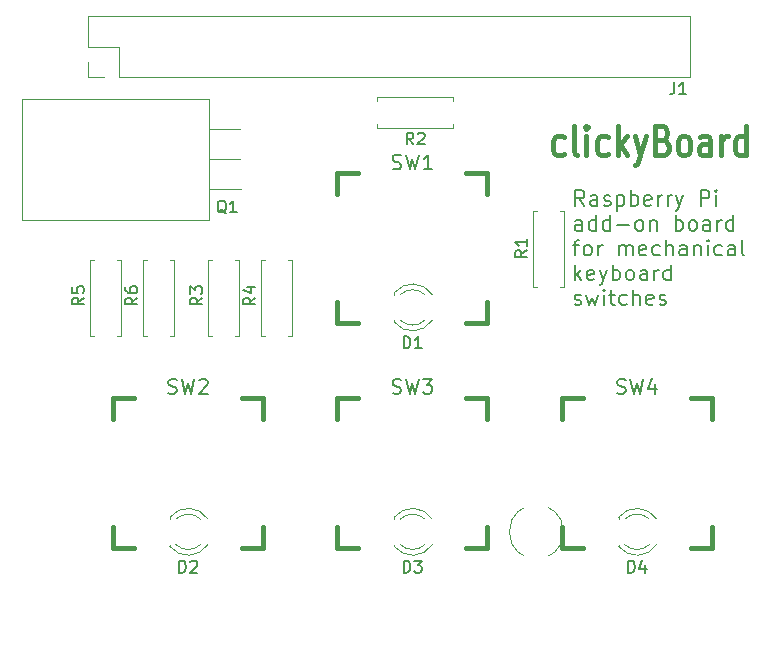
<source format=gto>
G04 #@! TF.FileFunction,Legend,Top*
%FSLAX46Y46*%
G04 Gerber Fmt 4.6, Leading zero omitted, Abs format (unit mm)*
G04 Created by KiCad (PCBNEW 4.0.6) date 07/21/17 15:12:10*
%MOMM*%
%LPD*%
G01*
G04 APERTURE LIST*
%ADD10C,0.100000*%
%ADD11C,0.150000*%
%ADD12C,0.400000*%
%ADD13C,0.120000*%
%ADD14C,0.381000*%
%ADD15O,2.000000X17.000000*%
%ADD16O,4.500000X4.500000*%
%ADD17R,1.800000X1.800000*%
%ADD18O,1.800000X1.800000*%
%ADD19C,6.200000*%
%ADD20C,1.800000*%
%ADD21R,1.700000X1.700000*%
%ADD22O,1.700000X1.700000*%
%ADD23C,2.286000*%
%ADD24C,1.600000*%
%ADD25O,1.600000X1.600000*%
G04 APERTURE END LIST*
D10*
D11*
X93052381Y-90388095D02*
X92619048Y-89769048D01*
X92309524Y-90388095D02*
X92309524Y-89088095D01*
X92804762Y-89088095D01*
X92928571Y-89150000D01*
X92990476Y-89211905D01*
X93052381Y-89335714D01*
X93052381Y-89521429D01*
X92990476Y-89645238D01*
X92928571Y-89707143D01*
X92804762Y-89769048D01*
X92309524Y-89769048D01*
X94166667Y-90388095D02*
X94166667Y-89707143D01*
X94104762Y-89583333D01*
X93980952Y-89521429D01*
X93733333Y-89521429D01*
X93609524Y-89583333D01*
X94166667Y-90326190D02*
X94042857Y-90388095D01*
X93733333Y-90388095D01*
X93609524Y-90326190D01*
X93547619Y-90202381D01*
X93547619Y-90078571D01*
X93609524Y-89954762D01*
X93733333Y-89892857D01*
X94042857Y-89892857D01*
X94166667Y-89830952D01*
X94723809Y-90326190D02*
X94847619Y-90388095D01*
X95095238Y-90388095D01*
X95219047Y-90326190D01*
X95280952Y-90202381D01*
X95280952Y-90140476D01*
X95219047Y-90016667D01*
X95095238Y-89954762D01*
X94909523Y-89954762D01*
X94785714Y-89892857D01*
X94723809Y-89769048D01*
X94723809Y-89707143D01*
X94785714Y-89583333D01*
X94909523Y-89521429D01*
X95095238Y-89521429D01*
X95219047Y-89583333D01*
X95838095Y-89521429D02*
X95838095Y-90821429D01*
X95838095Y-89583333D02*
X95961904Y-89521429D01*
X96209523Y-89521429D01*
X96333333Y-89583333D01*
X96395238Y-89645238D01*
X96457142Y-89769048D01*
X96457142Y-90140476D01*
X96395238Y-90264286D01*
X96333333Y-90326190D01*
X96209523Y-90388095D01*
X95961904Y-90388095D01*
X95838095Y-90326190D01*
X97014285Y-90388095D02*
X97014285Y-89088095D01*
X97014285Y-89583333D02*
X97138094Y-89521429D01*
X97385713Y-89521429D01*
X97509523Y-89583333D01*
X97571428Y-89645238D01*
X97633332Y-89769048D01*
X97633332Y-90140476D01*
X97571428Y-90264286D01*
X97509523Y-90326190D01*
X97385713Y-90388095D01*
X97138094Y-90388095D01*
X97014285Y-90326190D01*
X98685713Y-90326190D02*
X98561903Y-90388095D01*
X98314284Y-90388095D01*
X98190475Y-90326190D01*
X98128570Y-90202381D01*
X98128570Y-89707143D01*
X98190475Y-89583333D01*
X98314284Y-89521429D01*
X98561903Y-89521429D01*
X98685713Y-89583333D01*
X98747618Y-89707143D01*
X98747618Y-89830952D01*
X98128570Y-89954762D01*
X99304761Y-90388095D02*
X99304761Y-89521429D01*
X99304761Y-89769048D02*
X99366666Y-89645238D01*
X99428570Y-89583333D01*
X99552380Y-89521429D01*
X99676189Y-89521429D01*
X100109523Y-90388095D02*
X100109523Y-89521429D01*
X100109523Y-89769048D02*
X100171428Y-89645238D01*
X100233332Y-89583333D01*
X100357142Y-89521429D01*
X100480951Y-89521429D01*
X100790475Y-89521429D02*
X101099999Y-90388095D01*
X101409523Y-89521429D02*
X101099999Y-90388095D01*
X100976190Y-90697619D01*
X100914285Y-90759524D01*
X100790475Y-90821429D01*
X102895237Y-90388095D02*
X102895237Y-89088095D01*
X103390475Y-89088095D01*
X103514284Y-89150000D01*
X103576189Y-89211905D01*
X103638094Y-89335714D01*
X103638094Y-89521429D01*
X103576189Y-89645238D01*
X103514284Y-89707143D01*
X103390475Y-89769048D01*
X102895237Y-89769048D01*
X104195237Y-90388095D02*
X104195237Y-89521429D01*
X104195237Y-89088095D02*
X104133332Y-89150000D01*
X104195237Y-89211905D01*
X104257142Y-89150000D01*
X104195237Y-89088095D01*
X104195237Y-89211905D01*
X92866667Y-92488095D02*
X92866667Y-91807143D01*
X92804762Y-91683333D01*
X92680952Y-91621429D01*
X92433333Y-91621429D01*
X92309524Y-91683333D01*
X92866667Y-92426190D02*
X92742857Y-92488095D01*
X92433333Y-92488095D01*
X92309524Y-92426190D01*
X92247619Y-92302381D01*
X92247619Y-92178571D01*
X92309524Y-92054762D01*
X92433333Y-91992857D01*
X92742857Y-91992857D01*
X92866667Y-91930952D01*
X94042857Y-92488095D02*
X94042857Y-91188095D01*
X94042857Y-92426190D02*
X93919047Y-92488095D01*
X93671428Y-92488095D01*
X93547619Y-92426190D01*
X93485714Y-92364286D01*
X93423809Y-92240476D01*
X93423809Y-91869048D01*
X93485714Y-91745238D01*
X93547619Y-91683333D01*
X93671428Y-91621429D01*
X93919047Y-91621429D01*
X94042857Y-91683333D01*
X95219047Y-92488095D02*
X95219047Y-91188095D01*
X95219047Y-92426190D02*
X95095237Y-92488095D01*
X94847618Y-92488095D01*
X94723809Y-92426190D01*
X94661904Y-92364286D01*
X94599999Y-92240476D01*
X94599999Y-91869048D01*
X94661904Y-91745238D01*
X94723809Y-91683333D01*
X94847618Y-91621429D01*
X95095237Y-91621429D01*
X95219047Y-91683333D01*
X95838094Y-91992857D02*
X96828570Y-91992857D01*
X97633332Y-92488095D02*
X97509523Y-92426190D01*
X97447618Y-92364286D01*
X97385713Y-92240476D01*
X97385713Y-91869048D01*
X97447618Y-91745238D01*
X97509523Y-91683333D01*
X97633332Y-91621429D01*
X97819046Y-91621429D01*
X97942856Y-91683333D01*
X98004761Y-91745238D01*
X98066665Y-91869048D01*
X98066665Y-92240476D01*
X98004761Y-92364286D01*
X97942856Y-92426190D01*
X97819046Y-92488095D01*
X97633332Y-92488095D01*
X98623808Y-91621429D02*
X98623808Y-92488095D01*
X98623808Y-91745238D02*
X98685713Y-91683333D01*
X98809522Y-91621429D01*
X98995236Y-91621429D01*
X99119046Y-91683333D01*
X99180951Y-91807143D01*
X99180951Y-92488095D01*
X100790474Y-92488095D02*
X100790474Y-91188095D01*
X100790474Y-91683333D02*
X100914283Y-91621429D01*
X101161902Y-91621429D01*
X101285712Y-91683333D01*
X101347617Y-91745238D01*
X101409521Y-91869048D01*
X101409521Y-92240476D01*
X101347617Y-92364286D01*
X101285712Y-92426190D01*
X101161902Y-92488095D01*
X100914283Y-92488095D01*
X100790474Y-92426190D01*
X102152378Y-92488095D02*
X102028569Y-92426190D01*
X101966664Y-92364286D01*
X101904759Y-92240476D01*
X101904759Y-91869048D01*
X101966664Y-91745238D01*
X102028569Y-91683333D01*
X102152378Y-91621429D01*
X102338092Y-91621429D01*
X102461902Y-91683333D01*
X102523807Y-91745238D01*
X102585711Y-91869048D01*
X102585711Y-92240476D01*
X102523807Y-92364286D01*
X102461902Y-92426190D01*
X102338092Y-92488095D01*
X102152378Y-92488095D01*
X103699997Y-92488095D02*
X103699997Y-91807143D01*
X103638092Y-91683333D01*
X103514282Y-91621429D01*
X103266663Y-91621429D01*
X103142854Y-91683333D01*
X103699997Y-92426190D02*
X103576187Y-92488095D01*
X103266663Y-92488095D01*
X103142854Y-92426190D01*
X103080949Y-92302381D01*
X103080949Y-92178571D01*
X103142854Y-92054762D01*
X103266663Y-91992857D01*
X103576187Y-91992857D01*
X103699997Y-91930952D01*
X104319044Y-92488095D02*
X104319044Y-91621429D01*
X104319044Y-91869048D02*
X104380949Y-91745238D01*
X104442853Y-91683333D01*
X104566663Y-91621429D01*
X104690472Y-91621429D01*
X105680949Y-92488095D02*
X105680949Y-91188095D01*
X105680949Y-92426190D02*
X105557139Y-92488095D01*
X105309520Y-92488095D01*
X105185711Y-92426190D01*
X105123806Y-92364286D01*
X105061901Y-92240476D01*
X105061901Y-91869048D01*
X105123806Y-91745238D01*
X105185711Y-91683333D01*
X105309520Y-91621429D01*
X105557139Y-91621429D01*
X105680949Y-91683333D01*
X92123810Y-93721429D02*
X92619048Y-93721429D01*
X92309524Y-94588095D02*
X92309524Y-93473810D01*
X92371429Y-93350000D01*
X92495238Y-93288095D01*
X92619048Y-93288095D01*
X93238095Y-94588095D02*
X93114286Y-94526190D01*
X93052381Y-94464286D01*
X92990476Y-94340476D01*
X92990476Y-93969048D01*
X93052381Y-93845238D01*
X93114286Y-93783333D01*
X93238095Y-93721429D01*
X93423809Y-93721429D01*
X93547619Y-93783333D01*
X93609524Y-93845238D01*
X93671428Y-93969048D01*
X93671428Y-94340476D01*
X93609524Y-94464286D01*
X93547619Y-94526190D01*
X93423809Y-94588095D01*
X93238095Y-94588095D01*
X94228571Y-94588095D02*
X94228571Y-93721429D01*
X94228571Y-93969048D02*
X94290476Y-93845238D01*
X94352380Y-93783333D01*
X94476190Y-93721429D01*
X94599999Y-93721429D01*
X96023809Y-94588095D02*
X96023809Y-93721429D01*
X96023809Y-93845238D02*
X96085714Y-93783333D01*
X96209523Y-93721429D01*
X96395237Y-93721429D01*
X96519047Y-93783333D01*
X96580952Y-93907143D01*
X96580952Y-94588095D01*
X96580952Y-93907143D02*
X96642856Y-93783333D01*
X96766666Y-93721429D01*
X96952380Y-93721429D01*
X97076190Y-93783333D01*
X97138095Y-93907143D01*
X97138095Y-94588095D01*
X98252380Y-94526190D02*
X98128570Y-94588095D01*
X97880951Y-94588095D01*
X97757142Y-94526190D01*
X97695237Y-94402381D01*
X97695237Y-93907143D01*
X97757142Y-93783333D01*
X97880951Y-93721429D01*
X98128570Y-93721429D01*
X98252380Y-93783333D01*
X98314285Y-93907143D01*
X98314285Y-94030952D01*
X97695237Y-94154762D01*
X99428571Y-94526190D02*
X99304761Y-94588095D01*
X99057142Y-94588095D01*
X98933333Y-94526190D01*
X98871428Y-94464286D01*
X98809523Y-94340476D01*
X98809523Y-93969048D01*
X98871428Y-93845238D01*
X98933333Y-93783333D01*
X99057142Y-93721429D01*
X99304761Y-93721429D01*
X99428571Y-93783333D01*
X99985714Y-94588095D02*
X99985714Y-93288095D01*
X100542857Y-94588095D02*
X100542857Y-93907143D01*
X100480952Y-93783333D01*
X100357142Y-93721429D01*
X100171428Y-93721429D01*
X100047619Y-93783333D01*
X99985714Y-93845238D01*
X101719047Y-94588095D02*
X101719047Y-93907143D01*
X101657142Y-93783333D01*
X101533332Y-93721429D01*
X101285713Y-93721429D01*
X101161904Y-93783333D01*
X101719047Y-94526190D02*
X101595237Y-94588095D01*
X101285713Y-94588095D01*
X101161904Y-94526190D01*
X101099999Y-94402381D01*
X101099999Y-94278571D01*
X101161904Y-94154762D01*
X101285713Y-94092857D01*
X101595237Y-94092857D01*
X101719047Y-94030952D01*
X102338094Y-93721429D02*
X102338094Y-94588095D01*
X102338094Y-93845238D02*
X102399999Y-93783333D01*
X102523808Y-93721429D01*
X102709522Y-93721429D01*
X102833332Y-93783333D01*
X102895237Y-93907143D01*
X102895237Y-94588095D01*
X103514284Y-94588095D02*
X103514284Y-93721429D01*
X103514284Y-93288095D02*
X103452379Y-93350000D01*
X103514284Y-93411905D01*
X103576189Y-93350000D01*
X103514284Y-93288095D01*
X103514284Y-93411905D01*
X104690475Y-94526190D02*
X104566665Y-94588095D01*
X104319046Y-94588095D01*
X104195237Y-94526190D01*
X104133332Y-94464286D01*
X104071427Y-94340476D01*
X104071427Y-93969048D01*
X104133332Y-93845238D01*
X104195237Y-93783333D01*
X104319046Y-93721429D01*
X104566665Y-93721429D01*
X104690475Y-93783333D01*
X105804761Y-94588095D02*
X105804761Y-93907143D01*
X105742856Y-93783333D01*
X105619046Y-93721429D01*
X105371427Y-93721429D01*
X105247618Y-93783333D01*
X105804761Y-94526190D02*
X105680951Y-94588095D01*
X105371427Y-94588095D01*
X105247618Y-94526190D01*
X105185713Y-94402381D01*
X105185713Y-94278571D01*
X105247618Y-94154762D01*
X105371427Y-94092857D01*
X105680951Y-94092857D01*
X105804761Y-94030952D01*
X106609522Y-94588095D02*
X106485713Y-94526190D01*
X106423808Y-94402381D01*
X106423808Y-93288095D01*
X92309524Y-96688095D02*
X92309524Y-95388095D01*
X92433333Y-96192857D02*
X92804762Y-96688095D01*
X92804762Y-95821429D02*
X92309524Y-96316667D01*
X93857143Y-96626190D02*
X93733333Y-96688095D01*
X93485714Y-96688095D01*
X93361905Y-96626190D01*
X93300000Y-96502381D01*
X93300000Y-96007143D01*
X93361905Y-95883333D01*
X93485714Y-95821429D01*
X93733333Y-95821429D01*
X93857143Y-95883333D01*
X93919048Y-96007143D01*
X93919048Y-96130952D01*
X93300000Y-96254762D01*
X94352381Y-95821429D02*
X94661905Y-96688095D01*
X94971429Y-95821429D02*
X94661905Y-96688095D01*
X94538096Y-96997619D01*
X94476191Y-97059524D01*
X94352381Y-97121429D01*
X95466667Y-96688095D02*
X95466667Y-95388095D01*
X95466667Y-95883333D02*
X95590476Y-95821429D01*
X95838095Y-95821429D01*
X95961905Y-95883333D01*
X96023810Y-95945238D01*
X96085714Y-96069048D01*
X96085714Y-96440476D01*
X96023810Y-96564286D01*
X95961905Y-96626190D01*
X95838095Y-96688095D01*
X95590476Y-96688095D01*
X95466667Y-96626190D01*
X96828571Y-96688095D02*
X96704762Y-96626190D01*
X96642857Y-96564286D01*
X96580952Y-96440476D01*
X96580952Y-96069048D01*
X96642857Y-95945238D01*
X96704762Y-95883333D01*
X96828571Y-95821429D01*
X97014285Y-95821429D01*
X97138095Y-95883333D01*
X97200000Y-95945238D01*
X97261904Y-96069048D01*
X97261904Y-96440476D01*
X97200000Y-96564286D01*
X97138095Y-96626190D01*
X97014285Y-96688095D01*
X96828571Y-96688095D01*
X98376190Y-96688095D02*
X98376190Y-96007143D01*
X98314285Y-95883333D01*
X98190475Y-95821429D01*
X97942856Y-95821429D01*
X97819047Y-95883333D01*
X98376190Y-96626190D02*
X98252380Y-96688095D01*
X97942856Y-96688095D01*
X97819047Y-96626190D01*
X97757142Y-96502381D01*
X97757142Y-96378571D01*
X97819047Y-96254762D01*
X97942856Y-96192857D01*
X98252380Y-96192857D01*
X98376190Y-96130952D01*
X98995237Y-96688095D02*
X98995237Y-95821429D01*
X98995237Y-96069048D02*
X99057142Y-95945238D01*
X99119046Y-95883333D01*
X99242856Y-95821429D01*
X99366665Y-95821429D01*
X100357142Y-96688095D02*
X100357142Y-95388095D01*
X100357142Y-96626190D02*
X100233332Y-96688095D01*
X99985713Y-96688095D01*
X99861904Y-96626190D01*
X99799999Y-96564286D01*
X99738094Y-96440476D01*
X99738094Y-96069048D01*
X99799999Y-95945238D01*
X99861904Y-95883333D01*
X99985713Y-95821429D01*
X100233332Y-95821429D01*
X100357142Y-95883333D01*
X92247619Y-98726190D02*
X92371429Y-98788095D01*
X92619048Y-98788095D01*
X92742857Y-98726190D01*
X92804762Y-98602381D01*
X92804762Y-98540476D01*
X92742857Y-98416667D01*
X92619048Y-98354762D01*
X92433333Y-98354762D01*
X92309524Y-98292857D01*
X92247619Y-98169048D01*
X92247619Y-98107143D01*
X92309524Y-97983333D01*
X92433333Y-97921429D01*
X92619048Y-97921429D01*
X92742857Y-97983333D01*
X93238095Y-97921429D02*
X93485714Y-98788095D01*
X93733333Y-98169048D01*
X93980952Y-98788095D01*
X94228571Y-97921429D01*
X94723810Y-98788095D02*
X94723810Y-97921429D01*
X94723810Y-97488095D02*
X94661905Y-97550000D01*
X94723810Y-97611905D01*
X94785715Y-97550000D01*
X94723810Y-97488095D01*
X94723810Y-97611905D01*
X95157144Y-97921429D02*
X95652382Y-97921429D01*
X95342858Y-97488095D02*
X95342858Y-98602381D01*
X95404763Y-98726190D01*
X95528572Y-98788095D01*
X95652382Y-98788095D01*
X96642858Y-98726190D02*
X96519048Y-98788095D01*
X96271429Y-98788095D01*
X96147620Y-98726190D01*
X96085715Y-98664286D01*
X96023810Y-98540476D01*
X96023810Y-98169048D01*
X96085715Y-98045238D01*
X96147620Y-97983333D01*
X96271429Y-97921429D01*
X96519048Y-97921429D01*
X96642858Y-97983333D01*
X97200001Y-98788095D02*
X97200001Y-97488095D01*
X97757144Y-98788095D02*
X97757144Y-98107143D01*
X97695239Y-97983333D01*
X97571429Y-97921429D01*
X97385715Y-97921429D01*
X97261906Y-97983333D01*
X97200001Y-98045238D01*
X98871429Y-98726190D02*
X98747619Y-98788095D01*
X98500000Y-98788095D01*
X98376191Y-98726190D01*
X98314286Y-98602381D01*
X98314286Y-98107143D01*
X98376191Y-97983333D01*
X98500000Y-97921429D01*
X98747619Y-97921429D01*
X98871429Y-97983333D01*
X98933334Y-98107143D01*
X98933334Y-98230952D01*
X98314286Y-98354762D01*
X99428572Y-98726190D02*
X99552382Y-98788095D01*
X99800001Y-98788095D01*
X99923810Y-98726190D01*
X99985715Y-98602381D01*
X99985715Y-98540476D01*
X99923810Y-98416667D01*
X99800001Y-98354762D01*
X99614286Y-98354762D01*
X99490477Y-98292857D01*
X99428572Y-98169048D01*
X99428572Y-98107143D01*
X99490477Y-97983333D01*
X99614286Y-97921429D01*
X99800001Y-97921429D01*
X99923810Y-97983333D01*
D12*
X91333333Y-86011905D02*
X91142857Y-86130952D01*
X90761905Y-86130952D01*
X90571429Y-86011905D01*
X90476190Y-85892857D01*
X90380952Y-85654762D01*
X90380952Y-84940476D01*
X90476190Y-84702381D01*
X90571429Y-84583333D01*
X90761905Y-84464286D01*
X91142857Y-84464286D01*
X91333333Y-84583333D01*
X92476191Y-86130952D02*
X92285715Y-86011905D01*
X92190476Y-85773810D01*
X92190476Y-83630952D01*
X93238095Y-86130952D02*
X93238095Y-84464286D01*
X93238095Y-83630952D02*
X93142857Y-83750000D01*
X93238095Y-83869048D01*
X93333334Y-83750000D01*
X93238095Y-83630952D01*
X93238095Y-83869048D01*
X95047619Y-86011905D02*
X94857143Y-86130952D01*
X94476191Y-86130952D01*
X94285715Y-86011905D01*
X94190476Y-85892857D01*
X94095238Y-85654762D01*
X94095238Y-84940476D01*
X94190476Y-84702381D01*
X94285715Y-84583333D01*
X94476191Y-84464286D01*
X94857143Y-84464286D01*
X95047619Y-84583333D01*
X95904762Y-86130952D02*
X95904762Y-83630952D01*
X96095239Y-85178571D02*
X96666667Y-86130952D01*
X96666667Y-84464286D02*
X95904762Y-85416667D01*
X97333334Y-84464286D02*
X97809525Y-86130952D01*
X98285715Y-84464286D02*
X97809525Y-86130952D01*
X97619049Y-86726190D01*
X97523810Y-86845238D01*
X97333334Y-86964286D01*
X99714287Y-84821429D02*
X100000001Y-84940476D01*
X100095240Y-85059524D01*
X100190478Y-85297619D01*
X100190478Y-85654762D01*
X100095240Y-85892857D01*
X100000001Y-86011905D01*
X99809525Y-86130952D01*
X99047620Y-86130952D01*
X99047620Y-83630952D01*
X99714287Y-83630952D01*
X99904763Y-83750000D01*
X100000001Y-83869048D01*
X100095240Y-84107143D01*
X100095240Y-84345238D01*
X100000001Y-84583333D01*
X99904763Y-84702381D01*
X99714287Y-84821429D01*
X99047620Y-84821429D01*
X101333335Y-86130952D02*
X101142859Y-86011905D01*
X101047620Y-85892857D01*
X100952382Y-85654762D01*
X100952382Y-84940476D01*
X101047620Y-84702381D01*
X101142859Y-84583333D01*
X101333335Y-84464286D01*
X101619049Y-84464286D01*
X101809525Y-84583333D01*
X101904763Y-84702381D01*
X102000001Y-84940476D01*
X102000001Y-85654762D01*
X101904763Y-85892857D01*
X101809525Y-86011905D01*
X101619049Y-86130952D01*
X101333335Y-86130952D01*
X103714287Y-86130952D02*
X103714287Y-84821429D01*
X103619049Y-84583333D01*
X103428573Y-84464286D01*
X103047621Y-84464286D01*
X102857144Y-84583333D01*
X103714287Y-86011905D02*
X103523811Y-86130952D01*
X103047621Y-86130952D01*
X102857144Y-86011905D01*
X102761906Y-85773810D01*
X102761906Y-85535714D01*
X102857144Y-85297619D01*
X103047621Y-85178571D01*
X103523811Y-85178571D01*
X103714287Y-85059524D01*
X104666668Y-86130952D02*
X104666668Y-84464286D01*
X104666668Y-84940476D02*
X104761907Y-84702381D01*
X104857145Y-84583333D01*
X105047621Y-84464286D01*
X105238097Y-84464286D01*
X106761906Y-86130952D02*
X106761906Y-83630952D01*
X106761906Y-86011905D02*
X106571430Y-86130952D01*
X106190478Y-86130952D01*
X106000002Y-86011905D01*
X105904763Y-85892857D01*
X105809525Y-85654762D01*
X105809525Y-84940476D01*
X105904763Y-84702381D01*
X106000002Y-84583333D01*
X106190478Y-84464286D01*
X106571430Y-84464286D01*
X106761906Y-84583333D01*
D13*
X91286000Y-118000000D02*
G75*
G03X91286000Y-118000000I-2286000J0D01*
G01*
X61310000Y-91580000D02*
X61310000Y-81340000D01*
X45420000Y-91580000D02*
X45420000Y-81340000D01*
X45420000Y-91580000D02*
X61310000Y-91580000D01*
X45420000Y-81340000D02*
X61310000Y-81340000D01*
X61310000Y-89000000D02*
X63950000Y-89000000D01*
X61310000Y-86460000D02*
X63934000Y-86460000D01*
X61310000Y-83920000D02*
X63934000Y-83920000D01*
X49786000Y-126000000D02*
G75*
G03X49786000Y-126000000I-2286000J0D01*
G01*
X107786000Y-126000000D02*
G75*
G03X107786000Y-126000000I-2286000J0D01*
G01*
X107786000Y-77000000D02*
G75*
G03X107786000Y-77000000I-2286000J0D01*
G01*
X80192335Y-97921392D02*
G75*
G03X76960000Y-97764484I-1672335J-1078608D01*
G01*
X80192335Y-100078608D02*
G75*
G02X76960000Y-100235516I-1672335J1078608D01*
G01*
X79561130Y-97920163D02*
G75*
G03X77479039Y-97920000I-1041130J-1079837D01*
G01*
X79561130Y-100079837D02*
G75*
G02X77479039Y-100080000I-1041130J1079837D01*
G01*
X76960000Y-97764000D02*
X76960000Y-97920000D01*
X76960000Y-100080000D02*
X76960000Y-100236000D01*
X61192335Y-116921392D02*
G75*
G03X57960000Y-116764484I-1672335J-1078608D01*
G01*
X61192335Y-119078608D02*
G75*
G02X57960000Y-119235516I-1672335J1078608D01*
G01*
X60561130Y-116920163D02*
G75*
G03X58479039Y-116920000I-1041130J-1079837D01*
G01*
X60561130Y-119079837D02*
G75*
G02X58479039Y-119080000I-1041130J1079837D01*
G01*
X57960000Y-116764000D02*
X57960000Y-116920000D01*
X57960000Y-119080000D02*
X57960000Y-119236000D01*
X80192335Y-116921392D02*
G75*
G03X76960000Y-116764484I-1672335J-1078608D01*
G01*
X80192335Y-119078608D02*
G75*
G02X76960000Y-119235516I-1672335J1078608D01*
G01*
X79561130Y-116920163D02*
G75*
G03X77479039Y-116920000I-1041130J-1079837D01*
G01*
X79561130Y-119079837D02*
G75*
G02X77479039Y-119080000I-1041130J1079837D01*
G01*
X76960000Y-116764000D02*
X76960000Y-116920000D01*
X76960000Y-119080000D02*
X76960000Y-119236000D01*
X99192335Y-116921392D02*
G75*
G03X95960000Y-116764484I-1672335J-1078608D01*
G01*
X99192335Y-119078608D02*
G75*
G02X95960000Y-119235516I-1672335J1078608D01*
G01*
X98561130Y-116920163D02*
G75*
G03X96479039Y-116920000I-1041130J-1079837D01*
G01*
X98561130Y-119079837D02*
G75*
G02X96479039Y-119080000I-1041130J1079837D01*
G01*
X95960000Y-116764000D02*
X95960000Y-116920000D01*
X95960000Y-119080000D02*
X95960000Y-119236000D01*
X101990000Y-79530000D02*
X101990000Y-74330000D01*
X53670000Y-79530000D02*
X101990000Y-79530000D01*
X51070000Y-74330000D02*
X101990000Y-74330000D01*
X53670000Y-79530000D02*
X53670000Y-76930000D01*
X53670000Y-76930000D02*
X51070000Y-76930000D01*
X51070000Y-76930000D02*
X51070000Y-74330000D01*
X52400000Y-79530000D02*
X51070000Y-79530000D01*
X51070000Y-79530000D02*
X51070000Y-78200000D01*
D14*
X72150000Y-87650000D02*
X73928000Y-87650000D01*
X83072000Y-87650000D02*
X84850000Y-87650000D01*
X84850000Y-87650000D02*
X84850000Y-89428000D01*
X84850000Y-98572000D02*
X84850000Y-100350000D01*
X84850000Y-100350000D02*
X83072000Y-100350000D01*
X73928000Y-100350000D02*
X72150000Y-100350000D01*
X72150000Y-100350000D02*
X72150000Y-98572000D01*
X72150000Y-89428000D02*
X72150000Y-87650000D01*
X53150000Y-106650000D02*
X54928000Y-106650000D01*
X64072000Y-106650000D02*
X65850000Y-106650000D01*
X65850000Y-106650000D02*
X65850000Y-108428000D01*
X65850000Y-117572000D02*
X65850000Y-119350000D01*
X65850000Y-119350000D02*
X64072000Y-119350000D01*
X54928000Y-119350000D02*
X53150000Y-119350000D01*
X53150000Y-119350000D02*
X53150000Y-117572000D01*
X53150000Y-108428000D02*
X53150000Y-106650000D01*
X72150000Y-106650000D02*
X73928000Y-106650000D01*
X83072000Y-106650000D02*
X84850000Y-106650000D01*
X84850000Y-106650000D02*
X84850000Y-108428000D01*
X84850000Y-117572000D02*
X84850000Y-119350000D01*
X84850000Y-119350000D02*
X83072000Y-119350000D01*
X73928000Y-119350000D02*
X72150000Y-119350000D01*
X72150000Y-119350000D02*
X72150000Y-117572000D01*
X72150000Y-108428000D02*
X72150000Y-106650000D01*
X91150000Y-106650000D02*
X92928000Y-106650000D01*
X102072000Y-106650000D02*
X103850000Y-106650000D01*
X103850000Y-106650000D02*
X103850000Y-108428000D01*
X103850000Y-117572000D02*
X103850000Y-119350000D01*
X103850000Y-119350000D02*
X102072000Y-119350000D01*
X92928000Y-119350000D02*
X91150000Y-119350000D01*
X91150000Y-119350000D02*
X91150000Y-117572000D01*
X91150000Y-108428000D02*
X91150000Y-106650000D01*
D13*
X49786000Y-77000000D02*
G75*
G03X49786000Y-77000000I-2286000J0D01*
G01*
X90980000Y-90850000D02*
X91310000Y-90850000D01*
X91310000Y-90850000D02*
X91310000Y-97270000D01*
X91310000Y-97270000D02*
X90980000Y-97270000D01*
X89020000Y-90850000D02*
X88690000Y-90850000D01*
X88690000Y-90850000D02*
X88690000Y-97270000D01*
X88690000Y-97270000D02*
X89020000Y-97270000D01*
X81900000Y-83480000D02*
X81900000Y-83810000D01*
X81900000Y-83810000D02*
X75480000Y-83810000D01*
X75480000Y-83810000D02*
X75480000Y-83480000D01*
X81900000Y-81520000D02*
X81900000Y-81190000D01*
X81900000Y-81190000D02*
X75480000Y-81190000D01*
X75480000Y-81190000D02*
X75480000Y-81520000D01*
X61520000Y-101400000D02*
X61190000Y-101400000D01*
X61190000Y-101400000D02*
X61190000Y-94980000D01*
X61190000Y-94980000D02*
X61520000Y-94980000D01*
X63480000Y-101400000D02*
X63810000Y-101400000D01*
X63810000Y-101400000D02*
X63810000Y-94980000D01*
X63810000Y-94980000D02*
X63480000Y-94980000D01*
X66020000Y-101400000D02*
X65690000Y-101400000D01*
X65690000Y-101400000D02*
X65690000Y-94980000D01*
X65690000Y-94980000D02*
X66020000Y-94980000D01*
X67980000Y-101400000D02*
X68310000Y-101400000D01*
X68310000Y-101400000D02*
X68310000Y-94980000D01*
X68310000Y-94980000D02*
X67980000Y-94980000D01*
X51520000Y-101400000D02*
X51190000Y-101400000D01*
X51190000Y-101400000D02*
X51190000Y-94980000D01*
X51190000Y-94980000D02*
X51520000Y-94980000D01*
X53480000Y-101400000D02*
X53810000Y-101400000D01*
X53810000Y-101400000D02*
X53810000Y-94980000D01*
X53810000Y-94980000D02*
X53480000Y-94980000D01*
X56020000Y-101400000D02*
X55690000Y-101400000D01*
X55690000Y-101400000D02*
X55690000Y-94980000D01*
X55690000Y-94980000D02*
X56020000Y-94980000D01*
X57980000Y-101400000D02*
X58310000Y-101400000D01*
X58310000Y-101400000D02*
X58310000Y-94980000D01*
X58310000Y-94980000D02*
X57980000Y-94980000D01*
D11*
X62732762Y-91043619D02*
X62637524Y-90996000D01*
X62542286Y-90900762D01*
X62399429Y-90757905D01*
X62304190Y-90710286D01*
X62208952Y-90710286D01*
X62256571Y-90948381D02*
X62161333Y-90900762D01*
X62066095Y-90805524D01*
X62018476Y-90615048D01*
X62018476Y-90281714D01*
X62066095Y-90091238D01*
X62161333Y-89996000D01*
X62256571Y-89948381D01*
X62447048Y-89948381D01*
X62542286Y-89996000D01*
X62637524Y-90091238D01*
X62685143Y-90281714D01*
X62685143Y-90615048D01*
X62637524Y-90805524D01*
X62542286Y-90900762D01*
X62447048Y-90948381D01*
X62256571Y-90948381D01*
X63637524Y-90948381D02*
X63066095Y-90948381D01*
X63351809Y-90948381D02*
X63351809Y-89948381D01*
X63256571Y-90091238D01*
X63161333Y-90186476D01*
X63066095Y-90234095D01*
X77761905Y-102452381D02*
X77761905Y-101452381D01*
X78000000Y-101452381D01*
X78142858Y-101500000D01*
X78238096Y-101595238D01*
X78285715Y-101690476D01*
X78333334Y-101880952D01*
X78333334Y-102023810D01*
X78285715Y-102214286D01*
X78238096Y-102309524D01*
X78142858Y-102404762D01*
X78000000Y-102452381D01*
X77761905Y-102452381D01*
X79285715Y-102452381D02*
X78714286Y-102452381D01*
X79000000Y-102452381D02*
X79000000Y-101452381D01*
X78904762Y-101595238D01*
X78809524Y-101690476D01*
X78714286Y-101738095D01*
X58761905Y-121452381D02*
X58761905Y-120452381D01*
X59000000Y-120452381D01*
X59142858Y-120500000D01*
X59238096Y-120595238D01*
X59285715Y-120690476D01*
X59333334Y-120880952D01*
X59333334Y-121023810D01*
X59285715Y-121214286D01*
X59238096Y-121309524D01*
X59142858Y-121404762D01*
X59000000Y-121452381D01*
X58761905Y-121452381D01*
X59714286Y-120547619D02*
X59761905Y-120500000D01*
X59857143Y-120452381D01*
X60095239Y-120452381D01*
X60190477Y-120500000D01*
X60238096Y-120547619D01*
X60285715Y-120642857D01*
X60285715Y-120738095D01*
X60238096Y-120880952D01*
X59666667Y-121452381D01*
X60285715Y-121452381D01*
X77761905Y-121452381D02*
X77761905Y-120452381D01*
X78000000Y-120452381D01*
X78142858Y-120500000D01*
X78238096Y-120595238D01*
X78285715Y-120690476D01*
X78333334Y-120880952D01*
X78333334Y-121023810D01*
X78285715Y-121214286D01*
X78238096Y-121309524D01*
X78142858Y-121404762D01*
X78000000Y-121452381D01*
X77761905Y-121452381D01*
X78666667Y-120452381D02*
X79285715Y-120452381D01*
X78952381Y-120833333D01*
X79095239Y-120833333D01*
X79190477Y-120880952D01*
X79238096Y-120928571D01*
X79285715Y-121023810D01*
X79285715Y-121261905D01*
X79238096Y-121357143D01*
X79190477Y-121404762D01*
X79095239Y-121452381D01*
X78809524Y-121452381D01*
X78714286Y-121404762D01*
X78666667Y-121357143D01*
X96761905Y-121452381D02*
X96761905Y-120452381D01*
X97000000Y-120452381D01*
X97142858Y-120500000D01*
X97238096Y-120595238D01*
X97285715Y-120690476D01*
X97333334Y-120880952D01*
X97333334Y-121023810D01*
X97285715Y-121214286D01*
X97238096Y-121309524D01*
X97142858Y-121404762D01*
X97000000Y-121452381D01*
X96761905Y-121452381D01*
X98190477Y-120785714D02*
X98190477Y-121452381D01*
X97952381Y-120404762D02*
X97714286Y-121119048D01*
X98333334Y-121119048D01*
X100666667Y-79952381D02*
X100666667Y-80666667D01*
X100619047Y-80809524D01*
X100523809Y-80904762D01*
X100380952Y-80952381D01*
X100285714Y-80952381D01*
X101666667Y-80952381D02*
X101095238Y-80952381D01*
X101380952Y-80952381D02*
X101380952Y-79952381D01*
X101285714Y-80095238D01*
X101190476Y-80190476D01*
X101095238Y-80238095D01*
X76833334Y-87255952D02*
X77011906Y-87315476D01*
X77309525Y-87315476D01*
X77428572Y-87255952D01*
X77488096Y-87196429D01*
X77547620Y-87077381D01*
X77547620Y-86958333D01*
X77488096Y-86839286D01*
X77428572Y-86779762D01*
X77309525Y-86720238D01*
X77071429Y-86660714D01*
X76952382Y-86601190D01*
X76892858Y-86541667D01*
X76833334Y-86422619D01*
X76833334Y-86303571D01*
X76892858Y-86184524D01*
X76952382Y-86125000D01*
X77071429Y-86065476D01*
X77369049Y-86065476D01*
X77547620Y-86125000D01*
X77964286Y-86065476D02*
X78261905Y-87315476D01*
X78500001Y-86422619D01*
X78738096Y-87315476D01*
X79035715Y-86065476D01*
X80166667Y-87315476D02*
X79452381Y-87315476D01*
X79809524Y-87315476D02*
X79809524Y-86065476D01*
X79690476Y-86244048D01*
X79571429Y-86363095D01*
X79452381Y-86422619D01*
X57833334Y-106255952D02*
X58011906Y-106315476D01*
X58309525Y-106315476D01*
X58428572Y-106255952D01*
X58488096Y-106196429D01*
X58547620Y-106077381D01*
X58547620Y-105958333D01*
X58488096Y-105839286D01*
X58428572Y-105779762D01*
X58309525Y-105720238D01*
X58071429Y-105660714D01*
X57952382Y-105601190D01*
X57892858Y-105541667D01*
X57833334Y-105422619D01*
X57833334Y-105303571D01*
X57892858Y-105184524D01*
X57952382Y-105125000D01*
X58071429Y-105065476D01*
X58369049Y-105065476D01*
X58547620Y-105125000D01*
X58964286Y-105065476D02*
X59261905Y-106315476D01*
X59500001Y-105422619D01*
X59738096Y-106315476D01*
X60035715Y-105065476D01*
X60452381Y-105184524D02*
X60511905Y-105125000D01*
X60630953Y-105065476D01*
X60928572Y-105065476D01*
X61047619Y-105125000D01*
X61107143Y-105184524D01*
X61166667Y-105303571D01*
X61166667Y-105422619D01*
X61107143Y-105601190D01*
X60392857Y-106315476D01*
X61166667Y-106315476D01*
X76833334Y-106255952D02*
X77011906Y-106315476D01*
X77309525Y-106315476D01*
X77428572Y-106255952D01*
X77488096Y-106196429D01*
X77547620Y-106077381D01*
X77547620Y-105958333D01*
X77488096Y-105839286D01*
X77428572Y-105779762D01*
X77309525Y-105720238D01*
X77071429Y-105660714D01*
X76952382Y-105601190D01*
X76892858Y-105541667D01*
X76833334Y-105422619D01*
X76833334Y-105303571D01*
X76892858Y-105184524D01*
X76952382Y-105125000D01*
X77071429Y-105065476D01*
X77369049Y-105065476D01*
X77547620Y-105125000D01*
X77964286Y-105065476D02*
X78261905Y-106315476D01*
X78500001Y-105422619D01*
X78738096Y-106315476D01*
X79035715Y-105065476D01*
X79392857Y-105065476D02*
X80166667Y-105065476D01*
X79750000Y-105541667D01*
X79928572Y-105541667D01*
X80047619Y-105601190D01*
X80107143Y-105660714D01*
X80166667Y-105779762D01*
X80166667Y-106077381D01*
X80107143Y-106196429D01*
X80047619Y-106255952D01*
X79928572Y-106315476D01*
X79571429Y-106315476D01*
X79452381Y-106255952D01*
X79392857Y-106196429D01*
X95833334Y-106255952D02*
X96011906Y-106315476D01*
X96309525Y-106315476D01*
X96428572Y-106255952D01*
X96488096Y-106196429D01*
X96547620Y-106077381D01*
X96547620Y-105958333D01*
X96488096Y-105839286D01*
X96428572Y-105779762D01*
X96309525Y-105720238D01*
X96071429Y-105660714D01*
X95952382Y-105601190D01*
X95892858Y-105541667D01*
X95833334Y-105422619D01*
X95833334Y-105303571D01*
X95892858Y-105184524D01*
X95952382Y-105125000D01*
X96071429Y-105065476D01*
X96369049Y-105065476D01*
X96547620Y-105125000D01*
X96964286Y-105065476D02*
X97261905Y-106315476D01*
X97500001Y-105422619D01*
X97738096Y-106315476D01*
X98035715Y-105065476D01*
X99047619Y-105482143D02*
X99047619Y-106315476D01*
X98750000Y-105005952D02*
X98452381Y-105898810D01*
X99226191Y-105898810D01*
X88202381Y-94166666D02*
X87726190Y-94500000D01*
X88202381Y-94738095D02*
X87202381Y-94738095D01*
X87202381Y-94357142D01*
X87250000Y-94261904D01*
X87297619Y-94214285D01*
X87392857Y-94166666D01*
X87535714Y-94166666D01*
X87630952Y-94214285D01*
X87678571Y-94261904D01*
X87726190Y-94357142D01*
X87726190Y-94738095D01*
X88202381Y-93214285D02*
X88202381Y-93785714D01*
X88202381Y-93500000D02*
X87202381Y-93500000D01*
X87345238Y-93595238D01*
X87440476Y-93690476D01*
X87488095Y-93785714D01*
X78583334Y-85202381D02*
X78250000Y-84726190D01*
X78011905Y-85202381D02*
X78011905Y-84202381D01*
X78392858Y-84202381D01*
X78488096Y-84250000D01*
X78535715Y-84297619D01*
X78583334Y-84392857D01*
X78583334Y-84535714D01*
X78535715Y-84630952D01*
X78488096Y-84678571D01*
X78392858Y-84726190D01*
X78011905Y-84726190D01*
X78964286Y-84297619D02*
X79011905Y-84250000D01*
X79107143Y-84202381D01*
X79345239Y-84202381D01*
X79440477Y-84250000D01*
X79488096Y-84297619D01*
X79535715Y-84392857D01*
X79535715Y-84488095D01*
X79488096Y-84630952D01*
X78916667Y-85202381D01*
X79535715Y-85202381D01*
X60702381Y-98166666D02*
X60226190Y-98500000D01*
X60702381Y-98738095D02*
X59702381Y-98738095D01*
X59702381Y-98357142D01*
X59750000Y-98261904D01*
X59797619Y-98214285D01*
X59892857Y-98166666D01*
X60035714Y-98166666D01*
X60130952Y-98214285D01*
X60178571Y-98261904D01*
X60226190Y-98357142D01*
X60226190Y-98738095D01*
X59702381Y-97833333D02*
X59702381Y-97214285D01*
X60083333Y-97547619D01*
X60083333Y-97404761D01*
X60130952Y-97309523D01*
X60178571Y-97261904D01*
X60273810Y-97214285D01*
X60511905Y-97214285D01*
X60607143Y-97261904D01*
X60654762Y-97309523D01*
X60702381Y-97404761D01*
X60702381Y-97690476D01*
X60654762Y-97785714D01*
X60607143Y-97833333D01*
X65202381Y-98166666D02*
X64726190Y-98500000D01*
X65202381Y-98738095D02*
X64202381Y-98738095D01*
X64202381Y-98357142D01*
X64250000Y-98261904D01*
X64297619Y-98214285D01*
X64392857Y-98166666D01*
X64535714Y-98166666D01*
X64630952Y-98214285D01*
X64678571Y-98261904D01*
X64726190Y-98357142D01*
X64726190Y-98738095D01*
X64535714Y-97309523D02*
X65202381Y-97309523D01*
X64154762Y-97547619D02*
X64869048Y-97785714D01*
X64869048Y-97166666D01*
X50702381Y-98166666D02*
X50226190Y-98500000D01*
X50702381Y-98738095D02*
X49702381Y-98738095D01*
X49702381Y-98357142D01*
X49750000Y-98261904D01*
X49797619Y-98214285D01*
X49892857Y-98166666D01*
X50035714Y-98166666D01*
X50130952Y-98214285D01*
X50178571Y-98261904D01*
X50226190Y-98357142D01*
X50226190Y-98738095D01*
X49702381Y-97261904D02*
X49702381Y-97738095D01*
X50178571Y-97785714D01*
X50130952Y-97738095D01*
X50083333Y-97642857D01*
X50083333Y-97404761D01*
X50130952Y-97309523D01*
X50178571Y-97261904D01*
X50273810Y-97214285D01*
X50511905Y-97214285D01*
X50607143Y-97261904D01*
X50654762Y-97309523D01*
X50702381Y-97404761D01*
X50702381Y-97642857D01*
X50654762Y-97738095D01*
X50607143Y-97785714D01*
X55202381Y-98166666D02*
X54726190Y-98500000D01*
X55202381Y-98738095D02*
X54202381Y-98738095D01*
X54202381Y-98357142D01*
X54250000Y-98261904D01*
X54297619Y-98214285D01*
X54392857Y-98166666D01*
X54535714Y-98166666D01*
X54630952Y-98214285D01*
X54678571Y-98261904D01*
X54726190Y-98357142D01*
X54726190Y-98738095D01*
X54202381Y-97309523D02*
X54202381Y-97500000D01*
X54250000Y-97595238D01*
X54297619Y-97642857D01*
X54440476Y-97738095D01*
X54630952Y-97785714D01*
X55011905Y-97785714D01*
X55107143Y-97738095D01*
X55154762Y-97690476D01*
X55202381Y-97595238D01*
X55202381Y-97404761D01*
X55154762Y-97309523D01*
X55107143Y-97261904D01*
X55011905Y-97214285D01*
X54773810Y-97214285D01*
X54678571Y-97261904D01*
X54630952Y-97309523D01*
X54583333Y-97404761D01*
X54583333Y-97595238D01*
X54630952Y-97690476D01*
X54678571Y-97738095D01*
X54773810Y-97785714D01*
%LPC*%
D15*
X89000000Y-118000000D03*
D16*
X48340000Y-86460000D03*
D17*
X65000000Y-89000000D03*
D18*
X65000000Y-86460000D03*
X65000000Y-83920000D03*
D19*
X47500000Y-126000000D03*
X105500000Y-126000000D03*
X105500000Y-77000000D03*
D17*
X77250000Y-99000000D03*
D20*
X79790000Y-99000000D03*
D17*
X58250000Y-118000000D03*
D20*
X60790000Y-118000000D03*
D17*
X77250000Y-118000000D03*
D20*
X79790000Y-118000000D03*
D17*
X96250000Y-118000000D03*
D20*
X98790000Y-118000000D03*
D21*
X52400000Y-78200000D03*
D22*
X52400000Y-75660000D03*
X54940000Y-78200000D03*
X54940000Y-75660000D03*
X57480000Y-78200000D03*
X57480000Y-75660000D03*
X60020000Y-78200000D03*
X60020000Y-75660000D03*
X62560000Y-78200000D03*
X62560000Y-75660000D03*
X65100000Y-78200000D03*
X65100000Y-75660000D03*
X67640000Y-78200000D03*
X67640000Y-75660000D03*
X70180000Y-78200000D03*
X70180000Y-75660000D03*
X72720000Y-78200000D03*
X72720000Y-75660000D03*
X75260000Y-78200000D03*
X75260000Y-75660000D03*
X77800000Y-78200000D03*
X77800000Y-75660000D03*
X80340000Y-78200000D03*
X80340000Y-75660000D03*
X82880000Y-78200000D03*
X82880000Y-75660000D03*
X85420000Y-78200000D03*
X85420000Y-75660000D03*
X87960000Y-78200000D03*
X87960000Y-75660000D03*
X90500000Y-78200000D03*
X90500000Y-75660000D03*
X93040000Y-78200000D03*
X93040000Y-75660000D03*
X95580000Y-78200000D03*
X95580000Y-75660000D03*
X98120000Y-78200000D03*
X98120000Y-75660000D03*
X100660000Y-78200000D03*
X100660000Y-75660000D03*
D23*
X81040000Y-88920000D03*
X74690000Y-91460000D03*
X62040000Y-107920000D03*
X55690000Y-110460000D03*
X81040000Y-107920000D03*
X74690000Y-110460000D03*
X100040000Y-107920000D03*
X93690000Y-110460000D03*
D19*
X47500000Y-77000000D03*
D24*
X90000000Y-90250000D03*
D25*
X90000000Y-97870000D03*
D24*
X82500000Y-82500000D03*
D25*
X74880000Y-82500000D03*
D24*
X62500000Y-102000000D03*
D25*
X62500000Y-94380000D03*
D24*
X67000000Y-102000000D03*
D25*
X67000000Y-94380000D03*
D24*
X52500000Y-102000000D03*
D25*
X52500000Y-94380000D03*
D24*
X57000000Y-102000000D03*
D25*
X57000000Y-94380000D03*
M02*

</source>
